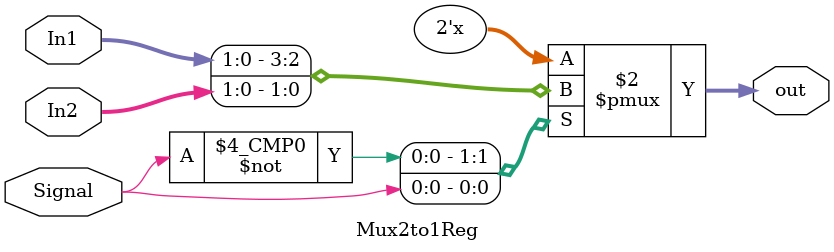
<source format=v>

module Mux2to1Reg(In1, In2, Signal, out);
input [1:0] In1, In2; 
input Signal;
output reg [1:0] out;

always @(In1, In2, Signal)
	case (Signal)
		0: out <= In1;
		1: out <= In2;
		default: out <= In2;
	endcase
endmodule
</source>
